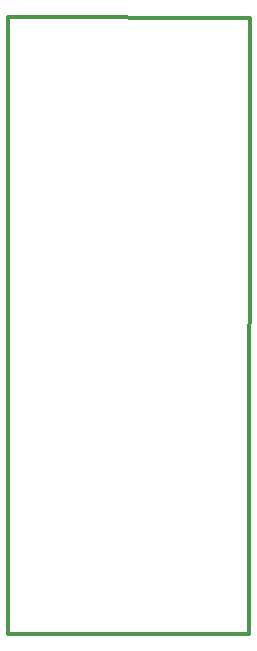
<source format=gbr>
%TF.GenerationSoftware,KiCad,Pcbnew,(5.1.6)-1*%
%TF.CreationDate,2020-09-14T17:11:37+02:00*%
%TF.ProjectId,STM32_blue_pill_4_layers,53544d33-325f-4626-9c75-655f70696c6c,rev?*%
%TF.SameCoordinates,Original*%
%TF.FileFunction,Profile,NP*%
%FSLAX46Y46*%
G04 Gerber Fmt 4.6, Leading zero omitted, Abs format (unit mm)*
G04 Created by KiCad (PCBNEW (5.1.6)-1) date 2020-09-14 17:11:37*
%MOMM*%
%LPD*%
G01*
G04 APERTURE LIST*
%TA.AperFunction,Profile*%
%ADD10C,0.300000*%
%TD*%
G04 APERTURE END LIST*
D10*
X119940000Y-59970000D02*
X140410000Y-60080000D01*
X140350000Y-112170000D02*
X140410000Y-60080000D01*
X119980000Y-112170000D02*
X140350000Y-112170000D01*
X119940000Y-59970000D02*
X119980000Y-112170000D01*
M02*

</source>
